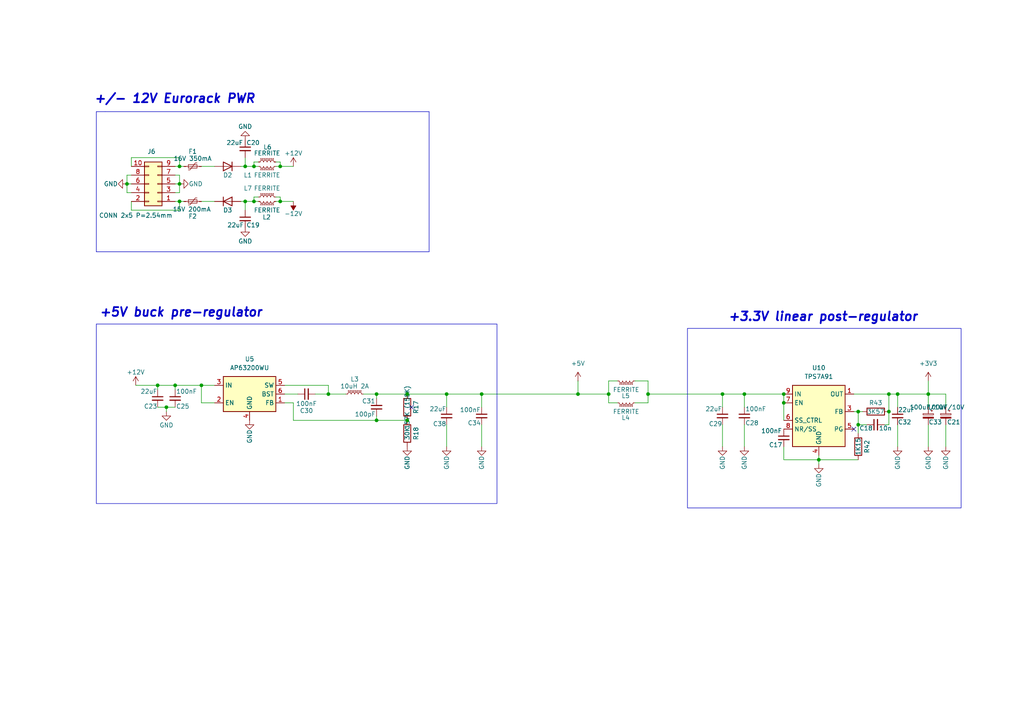
<source format=kicad_sch>
(kicad_sch (version 20231120) (generator "eeschema") (generator_version "8.0")
  (paper "A4")
  (lib_symbols
    (symbol "Connector_Generic:Conn_02x05_Odd_Even" (pin_names (offset 1.016) hide)
      (property "Reference" "J" (at 1.27 7.62 0))
      (property "Value" "Conn_02x05_Odd_Even" (at 1.27 -7.62 0))
      (symbol "Conn_02x05_Odd_Even_1_1"
        (rectangle (start -1.27 -4.953) (end 0 -5.207) (stroke (width 0.1524)))
        (rectangle (start -1.27 -2.413) (end 0 -2.667) (stroke (width 0.1524)))
        (rectangle (start -1.27 0.127) (end 0 -0.127) (stroke (width 0.1524)))
        (rectangle (start -1.27 2.667) (end 0 2.413) (stroke (width 0.1524)))
        (rectangle (start -1.27 5.207) (end 0 4.953) (stroke (width 0.1524)))
        (rectangle (start -1.27 6.35) (end 3.81 -6.35) (stroke (width 0.254)) (fill (type background)))
        (rectangle (start 3.81 -4.953) (end 2.54 -5.207) (stroke (width 0.1524)))
        (rectangle (start 3.81 -2.413) (end 2.54 -2.667) (stroke (width 0.1524)))
        (rectangle (start 3.81 0.127) (end 2.54 -0.127) (stroke (width 0.1524)))
        (rectangle (start 3.81 2.667) (end 2.54 2.413) (stroke (width 0.1524)))
        (rectangle (start 3.81 5.207) (end 2.54 4.953) (stroke (width 0.1524)))
        (pin passive line (at -5.08 5.08 0) (length 3.81) (name "Pin_1") (number "1"))
        (pin passive line (at 7.62 -5.08 180) (length 3.81) (name "Pin_10") (number "10"))
        (pin passive line (at 7.62 5.08 180) (length 3.81) (name "Pin_2") (number "2"))
        (pin passive line (at -5.08 2.54 0) (length 3.81) (name "Pin_3") (number "3"))
        (pin passive line (at 7.62 2.54 180) (length 3.81) (name "Pin_4") (number "4"))
        (pin passive line (at -5.08 0 0) (length 3.81) (name "Pin_5") (number "5"))
        (pin passive line (at 7.62 0 180) (length 3.81) (name "Pin_6") (number "6"))
        (pin passive line (at -5.08 -2.54 0) (length 3.81) (name "Pin_7") (number "7"))
        (pin passive line (at 7.62 -2.54 180) (length 3.81) (name "Pin_8") (number "8"))
        (pin passive line (at -5.08 -5.08 0) (length 3.81) (name "Pin_9") (number "9"))
      )
    )
    (symbol "Device:C_Polarized_Small" (pin_numbers hide) (pin_names (offset 0.254) hide)
      (property "Reference" "C" (at 0.254 1.778 0))
      (property "Value" "C_Polarized_Small" (at 0.254 -2.032 0))
      (symbol "C_Polarized_Small_0_1"
        (rectangle (start -1.524 -0.3048) (end 1.524 -0.6858) (fill (type outline)))
        (rectangle (start -1.524 0.6858) (end 1.524 0.3048))
        (polyline (pts (xy -1.27 1.524) (xy -0.762 1.524)))
        (polyline (pts (xy -1.016 1.27) (xy -1.016 1.778)))
      )
      (symbol "C_Polarized_Small_1_1"
        (pin passive line (at 0 2.54 270) (length 1.8542) (name "~") (number "1"))
        (pin passive line (at 0 -2.54 90) (length 1.8542) (name "~") (number "2"))
      )
    )
    (symbol "Device:C_Small" (pin_numbers hide) (pin_names (offset 0.254) hide)
      (property "Reference" "C" (at 0.254 1.778 0))
      (property "Value" "C_Small" (at 0.254 -2.032 0))
      (symbol "C_Small_0_1"
        (polyline (pts (xy -1.524 -0.508) (xy 1.524 -0.508)) (stroke (width 0.3302)))
        (polyline (pts (xy -1.524 0.508) (xy 1.524 0.508)) (stroke (width 0.3048)))
      )
      (symbol "C_Small_1_1"
        (pin passive line (at 0 2.54 270) (length 2.032) (name "~") (number "1"))
        (pin passive line (at 0 -2.54 90) (length 2.032) (name "~") (number "2"))
      )
    )
    (symbol "Device:L_Ferrite_Small" (pin_numbers hide) (pin_names (offset 0.254) hide)
      (property "Reference" "L" (at 1.27 1.016 0))
      (property "Value" "L_Ferrite_Small" (at 1.27 -1.27 0))
      (symbol "L_Ferrite_Small_0_1"
        (arc (start 0 -2.032) (mid 0.5058 -1.524) (end 0 -1.016))
        (arc (start 0 -1.016) (mid 0.5058 -0.508) (end 0 0))
        (polyline (pts (xy 0.762 -1.905) (xy 0.762 -1.651)))
        (polyline (pts (xy 0.762 -1.397) (xy 0.762 -1.143)))
        (polyline (pts (xy 0.762 -0.889) (xy 0.762 -0.635)))
        (polyline (pts (xy 0.762 -0.381) (xy 0.762 -0.127)))
        (polyline (pts (xy 0.762 0.127) (xy 0.762 0.381)))
        (polyline (pts (xy 0.762 0.635) (xy 0.762 0.889)))
        (polyline (pts (xy 0.762 1.143) (xy 0.762 1.397)))
        (polyline (pts (xy 0.762 1.651) (xy 0.762 1.905)))
        (polyline (pts (xy 1.016 -1.651) (xy 1.016 -1.905)))
        (polyline (pts (xy 1.016 -1.143) (xy 1.016 -1.397)))
        (polyline (pts (xy 1.016 -0.635) (xy 1.016 -0.889)))
        (polyline (pts (xy 1.016 -0.127) (xy 1.016 -0.381)))
        (polyline (pts (xy 1.016 0.381) (xy 1.016 0.127)))
        (polyline (pts (xy 1.016 0.889) (xy 1.016 0.635)))
        (polyline (pts (xy 1.016 1.397) (xy 1.016 1.143)))
        (polyline (pts (xy 1.016 1.905) (xy 1.016 1.651)))
        (arc (start 0 0) (mid 0.5058 0.508) (end 0 1.016))
        (arc (start 0 1.016) (mid 0.5058 1.524) (end 0 2.032))
      )
      (symbol "L_Ferrite_Small_1_1"
        (pin passive line (at 0 2.54 270) (length 0.508) (name "~") (number "1"))
        (pin passive line (at 0 -2.54 90) (length 0.508) (name "~") (number "2"))
      )
    )
    (symbol "Device:Polyfuse_Small" (pin_numbers hide) (pin_names (offset 0))
      (property "Reference" "F" (at -1.905 0 90))
      (property "Value" "Polyfuse_Small" (at 1.905 0 90))
      (symbol "Polyfuse_Small_0_1"
        (rectangle (start -0.508 1.27) (end 0.508 -1.27))
        (polyline (pts (xy 0 2.54) (xy 0 -2.54)))
        (polyline (pts (xy -1.016 1.27) (xy -1.016 0.762) (xy 1.016 -0.762) (xy 1.016 -1.27)))
      )
      (symbol "Polyfuse_Small_1_1"
        (pin passive line (at 0 2.54 270) (length 0.635) (name "~") (number "1"))
        (pin passive line (at 0 -2.54 90) (length 0.635) (name "~") (number "2"))
      )
    )
    (symbol "Device:R" (pin_numbers hide) (pin_names (offset 0))
      (property "Reference" "R" (at 2.032 0 90))
      (property "Value" "R" (at 0 0 90))
      (symbol "R_0_1"
        (rectangle (start -1.016 -2.54) (end 1.016 2.54) (stroke (width 0.254)))
      )
      (symbol "R_1_1"
        (pin passive line (at 0 3.81 270) (length 1.27) (name "~") (number "1"))
        (pin passive line (at 0 -3.81 90) (length 1.27) (name "~") (number "2"))
      )
    )
    (symbol "Diode:US1G" (pin_numbers hide) (pin_names (offset 1.016) hide)
      (property "Reference" "D" (at 0 2.54 0))
      (property "Value" "US1G" (at 0 -2.54 0))
      (symbol "US1G_0_1"
        (polyline (pts (xy -1.27 1.27) (xy -1.27 -1.27)) (stroke (width 0.254)))
        (polyline (pts (xy 1.27 0) (xy -1.27 0)))
        (polyline (pts (xy 1.27 1.27) (xy 1.27 -1.27) (xy -1.27 0) (xy 1.27 1.27)) (stroke (width 0.254)))
      )
      (symbol "US1G_1_1"
        (pin passive line (at -3.81 0 0) (length 2.54) (name "K") (number "1"))
        (pin passive line (at 3.81 0 180) (length 2.54) (name "A") (number "2"))
      )
    )
    (symbol "Regulator_Linear:TPS7A91"
      (property "Reference" "U" (at -6.35 11.43 0))
      (property "Value" "TPS7A91" (at 3.81 11.43 0))
      (symbol "TPS7A91_0_1"
        (rectangle (start -7.62 10.16) (end 7.62 -7.62) (stroke (width 0.254)) (fill (type background)))
      )
      (symbol "TPS7A91_1_1"
        (pin power_out line (at 10.16 7.62 180) (length 2.54) (name "OUT") (number "1"))
        (pin passive line (at -10.16 7.62 0) (length 2.54) hide (name "IN") (number "10"))
        (pin passive line (at 0 -10.16 90) (length 2.54) hide (name "GND") (number "11"))
        (pin passive line (at 10.16 7.62 180) (length 2.54) hide (name "OUT") (number "2"))
        (pin input line (at 10.16 2.54 180) (length 2.54) (name "FB") (number "3"))
        (pin power_in line (at 0 -10.16 90) (length 2.54) (name "GND") (number "4"))
        (pin open_collector line (at 10.16 -2.54 180) (length 2.54) (name "PG") (number "5"))
        (pin input line (at -10.16 0 0) (length 2.54) (name "SS_CTRL") (number "6"))
        (pin input line (at -10.16 5.08 0) (length 2.54) (name "EN") (number "7"))
        (pin passive line (at -10.16 -2.54 0) (length 2.54) (name "NR/SS") (number "8"))
        (pin power_in line (at -10.16 7.62 0) (length 2.54) (name "IN") (number "9"))
      )
    )
    (symbol "Regulator_Switching:AP63200WU"
      (property "Reference" "U" (at -7.62 6.35 0))
      (property "Value" "AP63200WU" (at 2.54 6.35 0))
      (symbol "AP63200WU_0_1"
        (rectangle (start -7.62 5.08) (end 7.62 -5.08) (stroke (width 0.254)) (fill (type background)))
      )
      (symbol "AP63200WU_1_1"
        (pin input line (at 10.16 -2.54 180) (length 2.54) (name "FB") (number "1"))
        (pin input line (at -10.16 -2.54 0) (length 2.54) (name "EN") (number "2"))
        (pin power_in line (at -10.16 2.54 0) (length 2.54) (name "IN") (number "3"))
        (pin power_in line (at 0 -7.62 90) (length 2.54) (name "GND") (number "4"))
        (pin output line (at 10.16 2.54 180) (length 2.54) (name "SW") (number "5"))
        (pin passive line (at 10.16 0 180) (length 2.54) (name "BST") (number "6"))
      )
    )
    (symbol "power:+12V" (power) (pin_names (offset 0))
      (property "Value" "+12V" (at 0 3.556 0))
      (symbol "+12V_0_1"
        (polyline (pts (xy -0.762 1.27) (xy 0 2.54)))
        (polyline (pts (xy 0 0) (xy 0 2.54)))
        (polyline (pts (xy 0 2.54) (xy 0.762 1.27)))
      )
      (symbol "+12V_1_1"
        (pin power_in line (at 0 0 90) (length 0) hide (name "+12V") (number "1"))
      )
    )
    (symbol "power:+3V3" (power) (pin_names (offset 0))
      (property "Value" "+3V3" (at 0 3.556 0))
      (symbol "+3V3_0_1"
        (polyline (pts (xy -0.762 1.27) (xy 0 2.54)))
        (polyline (pts (xy 0 0) (xy 0 2.54)))
        (polyline (pts (xy 0 2.54) (xy 0.762 1.27)))
      )
      (symbol "+3V3_1_1"
        (pin power_in line (at 0 0 90) (length 0) hide (name "+3V3") (number "1"))
      )
    )
    (symbol "power:+5V" (power) (pin_numbers hide) (pin_names (offset 0) hide)
      (property "Value" "+5V" (at 0 3.556 0))
      (symbol "+5V_0_1"
        (polyline (pts (xy -0.762 1.27) (xy 0 2.54)))
        (polyline (pts (xy 0 0) (xy 0 2.54)))
        (polyline (pts (xy 0 2.54) (xy 0.762 1.27)))
      )
      (symbol "+5V_1_1"
        (pin power_in line (at 0 0 90) (length 0) (name "~") (number "1"))
      )
    )
    (symbol "power:-12V" (power) (pin_names (offset 0))
      (property "Value" "-12V" (at 0 3.81 0))
      (symbol "-12V_0_0"
        (pin power_in line (at 0 0 90) (length 0) hide (name "-12V") (number "1"))
      )
      (symbol "-12V_0_1"
        (polyline (pts (xy 0 0) (xy 0 1.27) (xy 0.762 1.27) (xy 0 2.54) (xy -0.762 1.27) (xy 0 1.27)) (fill (type outline)))
      )
    )
    (symbol "power:GND" (power) (pin_names (offset 0))
      (property "Value" "GND" (at 0 -3.81 0))
      (symbol "GND_0_1"
        (polyline (pts (xy 0 0) (xy 0 -1.27) (xy 1.27 -1.27) (xy 0 -2.54) (xy -1.27 -1.27) (xy 0 -1.27)))
      )
      (symbol "GND_1_1"
        (pin power_in line (at 0 0 270) (length 0) hide (name "GND") (number "1"))
      )
    )
  )
  (junction (at 73.66 48.26))
  (junction (at 269.24 114.3))
  (junction (at 58.42 111.76))
  (junction (at 109.22 121.92))
  (junction (at 248.92 119.38))
  (junction (at 71.12 58.42))
  (junction (at 81.28 58.42))
  (junction (at 52.07 58.42))
  (junction (at 95.25 114.3))
  (junction (at 139.7 114.3))
  (junction (at 36.83 53.34))
  (junction (at 176.53 114.3))
  (junction (at 260.35 114.3))
  (junction (at 129.54 114.3))
  (junction (at 257.81 114.3))
  (junction (at 167.64 114.3))
  (junction (at 248.92 123.19))
  (junction (at 109.22 114.3))
  (junction (at 45.72 111.76))
  (junction (at 209.55 114.3))
  (junction (at 215.9 114.3))
  (junction (at 237.49 133.35))
  (junction (at 227.33 114.3))
  (junction (at 118.11 121.92))
  (junction (at 118.11 114.3))
  (junction (at 257.81 119.38))
  (junction (at 52.07 48.26))
  (junction (at 227.33 116.84))
  (junction (at 73.66 58.42))
  (junction (at 48.26 118.11))
  (junction (at 71.12 48.26))
  (junction (at 187.96 114.3))
  (junction (at 50.8 111.76))
  (junction (at 81.28 48.26))
  (junction (at 52.07 53.34))
  (no_connect (at 119.38 118.11))
  (no_connect (at 247.65 124.46))
  (wire (pts (xy 39.37 111.76) (xy 45.72 111.76)))
  (wire (pts (xy 62.23 116.84) (xy 58.42 116.84)))
  (wire (pts (xy 58.42 48.26) (xy 62.23 48.26)))
  (wire (pts (xy 52.07 50.8) (xy 52.07 53.34)))
  (wire (pts (xy 187.96 114.3) (xy 187.96 116.84)))
  (wire (pts (xy 105.41 114.3) (xy 109.22 114.3)))
  (wire (pts (xy 69.85 58.42) (xy 71.12 58.42)))
  (wire (pts (xy 227.33 133.35) (xy 237.49 133.35)))
  (wire (pts (xy 257.81 114.3) (xy 260.35 114.3)))
  (wire (pts (xy 58.42 111.76) (xy 62.23 111.76)))
  (wire (pts (xy 45.72 118.11) (xy 48.26 118.11)))
  (wire (pts (xy 269.24 123.19) (xy 269.24 129.54)))
  (wire (pts (xy 71.12 58.42) (xy 71.12 60.96)))
  (wire (pts (xy 81.28 58.42) (xy 85.09 58.42)))
  (wire (pts (xy 176.53 116.84) (xy 179.07 116.84)))
  (wire (pts (xy 109.22 121.92) (xy 109.22 120.65)))
  (wire (pts (xy 82.55 114.3) (xy 86.36 114.3)))
  (polyline (pts (xy 27.94 73.025) (xy 27.94 32.385)))
  (wire (pts (xy 248.92 119.38) (xy 248.92 123.19)))
  (wire (pts (xy 256.54 123.19) (xy 257.81 123.19)))
  (wire (pts (xy 73.66 58.42) (xy 73.66 57.15)))
  (wire (pts (xy 187.96 110.49) (xy 184.15 110.49)))
  (wire (pts (xy 50.8 50.8) (xy 52.07 50.8)))
  (wire (pts (xy 269.24 118.11) (xy 269.24 114.3)))
  (wire (pts (xy 80.01 58.42) (xy 81.28 58.42)))
  (wire (pts (xy 209.55 114.3) (xy 215.9 114.3)))
  (wire (pts (xy 73.66 48.26) (xy 73.66 46.99)))
  (wire (pts (xy 215.9 114.3) (xy 227.33 114.3)))
  (wire (pts (xy 71.12 48.26) (xy 73.66 48.26)))
  (wire (pts (xy 237.49 133.35) (xy 237.49 134.62)))
  (wire (pts (xy 48.26 119.38) (xy 48.26 118.11)))
  (wire (pts (xy 129.54 118.11) (xy 129.54 114.3)))
  (wire (pts (xy 80.01 57.15) (xy 81.28 57.15)))
  (wire (pts (xy 209.55 118.11) (xy 209.55 114.3)))
  (wire (pts (xy 50.8 113.03) (xy 50.8 111.76)))
  (wire (pts (xy 91.44 114.3) (xy 95.25 114.3)))
  (wire (pts (xy 52.07 48.26) (xy 53.34 48.26)))
  (wire (pts (xy 82.55 111.76) (xy 95.25 111.76)))
  (wire (pts (xy 52.07 53.34) (xy 52.07 55.88)))
  (wire (pts (xy 129.54 123.19) (xy 129.54 129.54)))
  (wire (pts (xy 52.07 58.42) (xy 52.07 60.96)))
  (wire (pts (xy 58.42 58.42) (xy 62.23 58.42)))
  (wire (pts (xy 237.49 133.35) (xy 248.92 133.35)))
  (wire (pts (xy 81.28 57.15) (xy 81.28 58.42)))
  (wire (pts (xy 184.15 116.84) (xy 187.96 116.84)))
  (wire (pts (xy 45.72 111.76) (xy 50.8 111.76)))
  (wire (pts (xy 247.65 119.38) (xy 248.92 119.38)))
  (wire (pts (xy 109.22 114.3) (xy 118.11 114.3)))
  (wire (pts (xy 80.01 48.26) (xy 81.28 48.26)))
  (wire (pts (xy 38.1 60.96) (xy 38.1 58.42)))
  (wire (pts (xy 274.32 118.11) (xy 274.32 114.3)))
  (wire (pts (xy 50.8 111.76) (xy 58.42 111.76)))
  (wire (pts (xy 209.55 123.19) (xy 209.55 129.54)))
  (wire (pts (xy 85.09 116.84) (xy 82.55 116.84)))
  (wire (pts (xy 274.32 123.19) (xy 274.32 129.54)))
  (wire (pts (xy 237.49 133.35) (xy 237.49 132.08)))
  (wire (pts (xy 95.25 114.3) (xy 100.33 114.3)))
  (polyline (pts (xy 30.48 32.385) (xy 124.46 32.385)))
  (wire (pts (xy 81.28 46.99) (xy 81.28 48.26)))
  (polyline (pts (xy 124.46 32.385) (xy 124.46 73.025)))
  (wire (pts (xy 139.7 114.3) (xy 167.64 114.3)))
  (wire (pts (xy 227.33 129.54) (xy 227.33 133.35)))
  (wire (pts (xy 58.42 116.84) (xy 58.42 111.76)))
  (wire (pts (xy 85.09 121.92) (xy 85.09 116.84)))
  (wire (pts (xy 257.81 114.3) (xy 257.81 119.38)))
  (wire (pts (xy 274.32 114.3) (xy 269.24 114.3)))
  (wire (pts (xy 139.7 123.19) (xy 139.7 129.54)))
  (polyline (pts (xy 124.46 73.025) (xy 27.94 73.025)))
  (wire (pts (xy 36.83 50.8) (xy 38.1 50.8)))
  (wire (pts (xy 73.66 58.42) (xy 74.93 58.42)))
  (wire (pts (xy 50.8 55.88) (xy 52.07 55.88)))
  (wire (pts (xy 73.66 48.26) (xy 74.93 48.26)))
  (wire (pts (xy 50.8 58.42) (xy 52.07 58.42)))
  (wire (pts (xy 50.8 48.26) (xy 52.07 48.26)))
  (wire (pts (xy 71.12 58.42) (xy 73.66 58.42)))
  (wire (pts (xy 176.53 110.49) (xy 179.07 110.49)))
  (wire (pts (xy 176.53 114.3) (xy 176.53 116.84)))
  (wire (pts (xy 118.11 121.92) (xy 109.22 121.92)))
  (wire (pts (xy 69.85 48.26) (xy 71.12 48.26)))
  (wire (pts (xy 269.24 110.49) (xy 269.24 114.3)))
  (wire (pts (xy 52.07 48.26) (xy 52.07 45.72)))
  (wire (pts (xy 38.1 45.72) (xy 38.1 48.26)))
  (wire (pts (xy 215.9 123.19) (xy 215.9 129.54)))
  (wire (pts (xy 248.92 123.19) (xy 251.46 123.19)))
  (wire (pts (xy 36.83 55.88) (xy 36.83 53.34)))
  (wire (pts (xy 227.33 114.3) (xy 227.33 116.84)))
  (wire (pts (xy 248.92 123.19) (xy 248.92 125.73)))
  (wire (pts (xy 260.35 123.19) (xy 260.35 129.54)))
  (polyline (pts (xy 27.94 32.385) (xy 30.48 32.385)))
  (wire (pts (xy 95.25 114.3) (xy 95.25 111.76)))
  (wire (pts (xy 167.64 110.49) (xy 167.64 114.3)))
  (wire (pts (xy 73.66 46.99) (xy 74.93 46.99)))
  (wire (pts (xy 52.07 60.96) (xy 38.1 60.96)))
  (wire (pts (xy 139.7 118.11) (xy 139.7 114.3)))
  (wire (pts (xy 36.83 53.34) (xy 38.1 53.34)))
  (wire (pts (xy 81.28 48.26) (xy 85.09 48.26)))
  (wire (pts (xy 36.83 53.34) (xy 36.83 50.8)))
  (wire (pts (xy 45.72 113.03) (xy 45.72 111.76)))
  (wire (pts (xy 176.53 114.3) (xy 176.53 110.49)))
  (wire (pts (xy 80.01 46.99) (xy 81.28 46.99)))
  (wire (pts (xy 52.07 45.72) (xy 38.1 45.72)))
  (wire (pts (xy 38.1 55.88) (xy 36.83 55.88)))
  (wire (pts (xy 73.66 57.15) (xy 74.93 57.15)))
  (wire (pts (xy 247.65 114.3) (xy 257.81 114.3)))
  (wire (pts (xy 187.96 114.3) (xy 209.55 114.3)))
  (wire (pts (xy 269.24 114.3) (xy 260.35 114.3)))
  (wire (pts (xy 109.22 121.92) (xy 85.09 121.92)))
  (wire (pts (xy 257.81 123.19) (xy 257.81 119.38)))
  (wire (pts (xy 215.9 118.11) (xy 215.9 114.3)))
  (wire (pts (xy 187.96 110.49) (xy 187.96 114.3)))
  (wire (pts (xy 118.11 114.3) (xy 129.54 114.3)))
  (wire (pts (xy 71.12 45.72) (xy 71.12 48.26)))
  (wire (pts (xy 227.33 116.84) (xy 227.33 121.92)))
  (wire (pts (xy 260.35 118.11) (xy 260.35 114.3)))
  (wire (pts (xy 48.26 118.11) (xy 50.8 118.11)))
  (wire (pts (xy 52.07 58.42) (xy 53.34 58.42)))
  (wire (pts (xy 109.22 114.3) (xy 109.22 115.57)))
  (wire (pts (xy 248.92 119.38) (xy 250.19 119.38)))
  (wire (pts (xy 129.54 114.3) (xy 139.7 114.3)))
  (wire (pts (xy 167.64 114.3) (xy 176.53 114.3)))
  (wire (pts (xy 50.8 53.34) (xy 52.07 53.34)))
  (rectangle (start 27.94 93.98) (end 144.145 146.05))
  (rectangle (start 199.39 95.25) (end 278.765 147.32))
  (text "+3.3V linear post-regulator" (at 211.074 93.472 0) (effects (font (size 2.54 2.54) (thickness 0.508) (bold yes) (italic yes)) (justify left bottom)))
  (text "+5V buck pre-regulator" (at 28.702 92.202 0) (effects (font (size 2.54 2.54) (thickness 0.508) (bold yes) (italic yes)) (justify left bottom)))
  (text "+/- 12V Eurorack PWR" (at 27.178 30.226 0) (effects (font (size 2.54 2.54) (thickness 0.508) (bold yes) (italic yes)) (justify left bottom)))
  (symbol (lib_id "power:GND") (at 274.32 129.54 0) (mirror y) (unit 1)
    (property "Reference" "#PWR012" (effects (hide yes)))
    (property "Value" "GND" (at 274.32 136.271 90) (effects (justify left)))
  )
  (symbol (lib_id "Device:L_Ferrite_Small") (at 77.47 57.15 90) (unit 1)
    (property "Reference" "L7" (at 71.882 54.61 90))
    (property "Value" "FERRITE" (at 77.47 54.61 90))
    (property "Footprint" "Inductor_SMD:L_0603_1608Metric" (effects (hide yes)))
    (property "Datasheet" "https://datasheet.lcsc.com/lcsc/1810311132_Murata-Electronics-BLM18PG121SN1D_C14709.pdf" (effects (hide yes)))
    (property "mfg#" "BLM18PG121SN1D" (effects (hide yes)))
    (property "lcsc#" "C14709" (effects (hide yes)))
    (property "LCSC" "C14709" (effects (hide yes)))
  )
  (symbol (lib_id "power:+12V") (at 39.37 111.76 0) (unit 1)
    (property "Reference" "#PWR044" (effects (hide yes)))
    (property "Value" "+12V" (at 36.703 107.95 0) (effects (justify left)))
  )
  (symbol (lib_id "Device:C_Small") (at 129.54 120.65 0) (mirror y) (unit 1)
    (property "Reference" "C38" (at 127.508 122.936 0))
    (property "Value" "22uF" (at 127 118.618 0))
    (property "Footprint" "Capacitor_SMD:C_1206_3216Metric" (effects (hide yes)))
    (property "Description" "Unpolarized capacitor, small symbol" (effects (hide yes)))
    (property "mfg#" " CL31A226KAHNNNE" (effects (hide yes)))
    (property "lcsc#" "C12891" (effects (hide yes)))
    (property "LCSC" "C12891" (effects (hide yes)))
  )
  (symbol (lib_id "Device:L_Ferrite_Small") (at 102.87 114.3 90) (unit 1)
    (property "Reference" "L3" (at 102.87 109.982 90))
    (property "Value" "10uH 2A" (at 102.87 112.014 90))
    (property "Footprint" "Inductor_SMD:L_Vishay_IHLP-2020" (effects (hide yes)))
    (property "Description" "Inductor with ferrite core, small symbol" (effects (hide yes)))
    (property "lcsc#" "C844996" (effects (hide yes)))
    (property "LCSC" "C844996" (effects (hide yes)))
  )
  (symbol (lib_id "Device:L_Ferrite_Small") (at 181.61 116.84 270) (unit 1)
    (property "Reference" "L4" (at 181.483 121.158 90))
    (property "Value" "FERRITE" (at 181.61 119.38 90))
    (property "Footprint" "Inductor_SMD:L_0603_1608Metric" (effects (hide yes)))
    (property "Datasheet" "https://datasheet.lcsc.com/lcsc/1810311132_Murata-Electronics-BLM18PG121SN1D_C14709.pdf" (effects (hide yes)))
    (property "mfg#" "BLM18PG121SN1D" (effects (hide yes)))
    (property "lcsc#" "C14709" (effects (hide yes)))
    (property "LCSC" "C14709" (effects (hide yes)))
  )
  (symbol (lib_id "power:GND") (at 237.49 134.62 0) (mirror y) (unit 1)
    (property "Reference" "#PWR040" (effects (hide yes)))
    (property "Value" "GND" (at 237.49 141.351 90) (effects (justify left)))
  )
  (symbol (lib_id "Device:C_Small") (at 50.8 115.57 0) (unit 1)
    (property "Reference" "C25" (at 51.054 117.856 0) (effects (justify left)))
    (property "Value" "100nF" (at 51.054 113.538 0) (effects (justify left)))
    (property "Footprint" "Capacitor_SMD:C_0402_1005Metric" (effects (hide yes)))
    (property "Datasheet" "https://datasheet.lcsc.com/lcsc/1912111437_TDK-C1608X7R1E104KT000N_C338036.pdf" (effects (hide yes)))
    (property "lcsc#" "C131394" (effects (hide yes)))
    (property "LCSC" "C307331" (effects (hide yes)))
  )
  (symbol (lib_id "Device:C_Small") (at 209.55 120.65 0) (mirror y) (unit 1)
    (property "Reference" "C29" (at 207.518 122.936 0))
    (property "Value" "22uF" (at 207.01 118.618 0))
    (property "Footprint" "Capacitor_SMD:C_1206_3216Metric" (effects (hide yes)))
    (property "Description" "Unpolarized capacitor, small symbol" (effects (hide yes)))
    (property "mfg#" " CL31A226KAHNNNE" (effects (hide yes)))
    (property "lcsc#" "C12891" (effects (hide yes)))
    (property "LCSC" "C12891" (effects (hide yes)))
  )
  (symbol (lib_id "Device:C_Polarized_Small") (at 274.32 120.65 0) (mirror y) (unit 1)
    (property "Reference" "C21" (at 276.606 122.428 0))
    (property "Value" "100uF/10V" (at 274.32 118.11 0))
    (property "Footprint" "Capacitor_SMD:CP_Elec_6.3x5.4" (effects (hide yes)))
    (property "Datasheet" "https://datasheet.lcsc.com/lcsc/1809050343_Rubycon-25SEV47M6-3X5-5_C88735.pdf" (effects (hide yes)))
    (property "mfg#" "25SEV47M6.3X5.5" (effects (hide yes)))
    (property "lcsc#" "C88795" (effects (hide yes)))
    (property "LCSC" "C88795" (effects (hide yes)))
  )
  (symbol (lib_id "Diode:US1G") (at 66.04 58.42 0) (unit 1)
    (property "Reference" "D3" (at 66.04 60.96 0))
    (property "Value" "1N4007FL" (effects (hide yes)))
    (property "Footprint" "Diode_SMD:D_SOD-123F" (effects (hide yes)))
    (property "Datasheet" "https://www.diodes.com/assets/Datasheets/ds16008.pdf" (effects (hide yes)))
    (property "dig#" "1655-1N4007FLCT-ND" (effects (hide yes)))
    (property "mfg#" "1N4007FL" (effects (hide yes)))
    (property "lcsc#" "C493190" (effects (hide yes)))
    (property "LCSC" "C493190" (effects (hide yes)))
  )
  (symbol (lib_id "power:-12V") (at 85.09 58.42 180) (unit 1)
    (property "Reference" "#PWR033" (effects (hide yes)))
    (property "Value" "-12V" (at 87.757 61.976 0) (effects (justify left)))
  )
  (symbol (lib_id "Device:C_Small") (at 227.33 127 0) (unit 1)
    (property "Reference" "C17" (at 223.012 129.032 0) (effects (justify left)))
    (property "Value" "100nF" (at 220.726 124.968 0) (effects (justify left)))
    (property "Footprint" "Capacitor_SMD:C_0402_1005Metric" (effects (hide yes)))
    (property "Datasheet" "https://datasheet.lcsc.com/lcsc/1912111437_TDK-C1608X7R1E104KT000N_C338036.pdf" (effects (hide yes)))
    (property "lcsc#" "C131394" (effects (hide yes)))
    (property "LCSC" "C307331" (effects (hide yes)))
  )
  (symbol (lib_id "Device:R") (at 118.11 125.73 0) (mirror x) (unit 1)
    (property "Reference" "R18" (at 120.65 125.73 90))
    (property "Value" "30K" (at 118.11 125.73 90))
    (property "Footprint" "Resistor_SMD:R_0402_1005Metric" (effects (hide yes)))
    (property "lcsc#" "C25776" (effects (hide yes)))
    (property "LCSC" "C25776" (effects (hide yes)))
  )
  (symbol (lib_id "Diode:US1G") (at 66.04 48.26 180) (unit 1)
    (property "Reference" "D2" (at 66.04 50.8 0))
    (property "Value" "1N4007FL" (effects (hide yes)))
    (property "Footprint" "Diode_SMD:D_SOD-123F" (effects (hide yes)))
    (property "Datasheet" "https://www.diodes.com/assets/Datasheets/ds16008.pdf" (effects (hide yes)))
    (property "dig#" "1655-1N4007FLCT-ND" (effects (hide yes)))
    (property "mfg#" "1N4007FL" (effects (hide yes)))
    (property "lcsc#" "C493190" (effects (hide yes)))
    (property "LCSC" "C493190" (effects (hide yes)))
  )
  (symbol (lib_id "power:GND") (at 139.7 129.54 0) (mirror y) (unit 1)
    (property "Reference" "#PWR050" (effects (hide yes)))
    (property "Value" "GND" (at 139.7 136.271 90) (effects (justify left)))
  )
  (symbol (lib_id "Device:C_Small") (at 260.35 120.65 0) (mirror y) (unit 1)
    (property "Reference" "C32" (at 262.382 122.428 0))
    (property "Value" "22uF" (at 262.89 118.872 0))
    (property "Footprint" "Capacitor_SMD:C_1206_3216Metric" (effects (hide yes)))
    (property "Description" "Unpolarized capacitor, small symbol" (effects (hide yes)))
    (property "mfg#" " CL31A226KAHNNNE" (effects (hide yes)))
    (property "lcsc#" "C12891" (effects (hide yes)))
    (property "LCSC" "C12891" (effects (hide yes)))
  )
  (symbol (lib_id "Device:C_Small") (at 215.9 120.65 0) (unit 1)
    (property "Reference" "C28" (at 216.154 122.682 0) (effects (justify left)))
    (property "Value" "100nF" (at 216.154 118.618 0) (effects (justify left)))
    (property "Footprint" "Capacitor_SMD:C_0402_1005Metric" (effects (hide yes)))
    (property "Datasheet" "https://datasheet.lcsc.com/lcsc/1912111437_TDK-C1608X7R1E104KT000N_C338036.pdf" (effects (hide yes)))
    (property "lcsc#" "C131394" (effects (hide yes)))
    (property "LCSC" "C307331" (effects (hide yes)))
  )
  (symbol (lib_id "Device:L_Ferrite_Small") (at 77.47 46.99 90) (unit 1)
    (property "Reference" "L6" (at 77.597 42.672 90))
    (property "Value" "FERRITE" (at 77.47 44.45 90))
    (property "Footprint" "Inductor_SMD:L_0603_1608Metric" (effects (hide yes)))
    (property "Datasheet" "https://datasheet.lcsc.com/lcsc/1810311132_Murata-Electronics-BLM18PG121SN1D_C14709.pdf" (effects (hide yes)))
    (property "mfg#" "BLM18PG121SN1D" (effects (hide yes)))
    (property "lcsc#" "C14709" (effects (hide yes)))
    (property "LCSC" "C14709" (effects (hide yes)))
  )
  (symbol (lib_id "Device:L_Ferrite_Small") (at 77.47 58.42 270) (unit 1)
    (property "Reference" "L2" (at 77.343 62.992 90))
    (property "Value" "FERRITE" (at 77.47 60.96 90))
    (property "Footprint" "Inductor_SMD:L_0603_1608Metric" (effects (hide yes)))
    (property "Datasheet" "https://datasheet.lcsc.com/lcsc/1810311132_Murata-Electronics-BLM18PG121SN1D_C14709.pdf" (effects (hide yes)))
    (property "mfg#" "BLM18PG121SN1D" (effects (hide yes)))
    (property "lcsc#" "C14709" (effects (hide yes)))
    (property "LCSC" "C14709" (effects (hide yes)))
  )
  (symbol (lib_id "Device:C_Small") (at 139.7 120.65 0) (unit 1)
    (property "Reference" "C34" (at 135.636 122.682 0) (effects (justify left)))
    (property "Value" "100nF" (at 133.35 118.872 0) (effects (justify left)))
    (property "Footprint" "Capacitor_SMD:C_0603_1608Metric" (effects (hide yes)))
    (property "Datasheet" "https://datasheet.lcsc.com/lcsc/1912111437_TDK-C1608X7R1E104KT000N_C338036.pdf" (effects (hide yes)))
    (property "lcsc#" "C14663" (effects (hide yes)))
    (property "mfg#" "C1608X7R1E104KT000N" (effects (hide yes)))
    (property "LCSC" "C14663" (effects (hide yes)))
  )
  (symbol (lib_id "power:GND") (at 209.55 129.54 0) (mirror y) (unit 1)
    (property "Reference" "#PWR039" (effects (hide yes)))
    (property "Value" "GND" (at 209.55 136.271 90) (effects (justify left)))
  )
  (symbol (lib_id "Device:C_Small") (at 71.12 43.18 0) (mirror y) (unit 1)
    (property "Reference" "C20" (at 73.406 41.402 0))
    (property "Value" "22uF" (at 68.072 41.402 0))
    (property "Footprint" "Capacitor_SMD:C_1206_3216Metric" (effects (hide yes)))
    (property "Description" "Unpolarized capacitor, small symbol" (effects (hide yes)))
    (property "mfg#" " CL31A226KAHNNNE" (effects (hide yes)))
    (property "lcsc#" "C12891" (effects (hide yes)))
    (property "LCSC" "C12891" (effects (hide yes)))
  )
  (symbol (lib_id "power:GND") (at 129.54 129.54 0) (mirror y) (unit 1)
    (property "Reference" "#PWR051" (effects (hide yes)))
    (property "Value" "GND" (at 129.54 136.271 90) (effects (justify left)))
  )
  (symbol (lib_id "Device:L_Ferrite_Small") (at 77.47 48.26 270) (unit 1)
    (property "Reference" "L1" (at 71.882 50.8 90))
    (property "Value" "FERRITE" (at 77.47 50.8 90))
    (property "Footprint" "Inductor_SMD:L_0603_1608Metric" (effects (hide yes)))
    (property "Datasheet" "https://datasheet.lcsc.com/lcsc/1810311132_Murata-Electronics-BLM18PG121SN1D_C14709.pdf" (effects (hide yes)))
    (property "mfg#" "BLM18PG121SN1D" (effects (hide yes)))
    (property "lcsc#" "C14709" (effects (hide yes)))
    (property "LCSC" "C14709" (effects (hide yes)))
  )
  (symbol (lib_id "Device:C_Small") (at 88.9 114.3 90) (unit 1)
    (property "Reference" "C30" (at 88.9 119.126 90))
    (property "Value" "100nF" (at 88.9 117.094 90))
    (property "Footprint" "Capacitor_SMD:C_0402_1005Metric" (effects (hide yes)))
    (property "Datasheet" "https://datasheet.lcsc.com/lcsc/1912111437_TDK-C1608X7R1E104KT000N_C338036.pdf" (effects (hide yes)))
    (property "lcsc#" "C131394" (effects (hide yes)))
    (property "LCSC" "C307331" (effects (hide yes)))
  )
  (symbol (lib_id "power:GND") (at 71.12 40.64 180) (unit 1)
    (property "Reference" "#PWR066" (effects (hide yes)))
    (property "Value" "GND" (at 73.152 36.703 0) (effects (justify left)))
  )
  (symbol (lib_id "Device:C_Small") (at 71.12 63.5 0) (mirror y) (unit 1)
    (property "Reference" "C19" (at 73.406 65.278 0))
    (property "Value" "22uF" (at 68.326 65.278 0))
    (property "Footprint" "Capacitor_SMD:C_1206_3216Metric" (effects (hide yes)))
    (property "Description" "Unpolarized capacitor, small symbol" (effects (hide yes)))
    (property "mfg#" " CL31A226KAHNNNE" (effects (hide yes)))
    (property "lcsc#" "C12891" (effects (hide yes)))
    (property "LCSC" "C12891" (effects (hide yes)))
  )
  (symbol (lib_id "power:GND") (at 118.11 129.54 0) (mirror y) (unit 1)
    (property "Reference" "#PWR046" (effects (hide yes)))
    (property "Value" "GND" (at 118.11 136.271 90) (effects (justify left)))
  )
  (symbol (lib_id "Regulator_Linear:TPS7A91") (at 237.49 121.92 0) (unit 1)
    (property "Reference" "U10" (at 237.49 106.68 0))
    (property "Value" "TPS7A91" (at 237.49 109.22 0))
    (property "Footprint" "Package_DFN_QFN:Texas_S-PDSO-N10_EP1.2x2mm_ThermalVias" (effects (hide yes)))
    (property "Datasheet" "http://www.ti.com/lit/ds/symlink/tps7a91.pdf" (effects (hide yes)))
    (property "Description" "1A, High-Accuracy, Low-Noise LDO Voltage Regulator, Texas S-PDSO-N10" (effects (hide yes)))
    (property "lcsc#" "C2878140" (effects (hide yes)))
    (property "LCSC" "C2878140" (effects (hide yes)))
  )
  (symbol (lib_id "power:GND") (at 52.07 53.34 90) (mirror x) (unit 1)
    (property "Reference" "#PWR031" (effects (hide yes)))
    (property "Value" "GND" (at 58.801 53.34 90) (effects (justify left)))
  )
  (symbol (lib_id "power:GND") (at 72.39 121.92 0) (mirror y) (unit 1)
    (property "Reference" "#PWR045" (effects (hide yes)))
    (property "Value" "GND" (at 72.39 128.651 90) (effects (justify left)))
  )
  (symbol (lib_id "power:GND") (at 48.26 119.38 0) (unit 1)
    (property "Reference" "#PWR037" (effects (hide yes)))
    (property "Value" "GND" (at 46.228 123.317 0) (effects (justify left)))
  )
  (symbol (lib_id "power:+5V") (at 167.64 110.49 0) (unit 1)
    (property "Reference" "#PWR068" (effects (hide yes)))
    (property "Value" "+5V" (at 167.64 105.41 0))
    (property "Description" "Power symbol creates a global label with name \"+5V\"" (effects (hide yes)))
  )
  (symbol (lib_id "power:+12V") (at 85.09 48.26 0) (unit 1)
    (property "Reference" "#PWR032" (effects (hide yes)))
    (property "Value" "+12V" (at 87.757 44.45 0) (effects (justify right)))
  )
  (symbol (lib_id "Connector_Generic:Conn_02x05_Odd_Even") (at 45.72 53.34 180) (unit 1)
    (property "Reference" "J6" (at 43.942 43.942 0))
    (property "Value" "CONN 2x5 P=2.54mm" (at 39.37 62.484 0))
    (property "Footprint" "Connector_PinHeader_2.54mm:PinHeader_2x05_P2.54mm_Horizontal" (effects (hide yes)))
    (property "lcsc#" "C492433" (effects (hide yes)))
    (property "mfg#" "PZ254R-12-10P" (effects (hide yes)))
    (property "LCSC" "C492433" (effects (hide yes)))
  )
  (symbol (lib_id "power:+3V3") (at 269.24 110.49 0) (unit 1)
    (property "Reference" "#PWR049" (effects (hide yes)))
    (property "Value" "+3V3" (at 269.24 105.41 0))
  )
  (symbol (lib_id "Device:R") (at 118.11 118.11 0) (mirror x) (unit 1)
    (property "Reference" "R17" (at 120.65 118.11 90))
    (property "Value" "157K (158K)" (at 118.11 118.11 90))
    (property "Footprint" "Resistor_SMD:R_0402_1005Metric" (effects (hide yes)))
    (property "lcsc#" "C861679" (effects (hide yes)))
    (property "LCSC" "C861679" (effects (hide yes)))
  )
  (symbol (lib_id "Regulator_Switching:AP63200WU") (at 72.39 114.3 0) (unit 1)
    (property "Reference" "U5" (at 72.39 104.14 0))
    (property "Value" "AP63200WU" (at 72.39 106.68 0))
    (property "Footprint" "Package_TO_SOT_SMD:TSOT-23-6" (effects (hide yes)))
    (property "Datasheet" "https://www.diodes.com/assets/Datasheets/AP63200-AP63201-AP63203-AP63205.pdf" (effects (hide yes)))
    (property "Description" "2A, 500kHz Buck DC/DC Converter, adjustable output voltage, TSOT-23-6" (effects (hide yes)))
    (property "lcsc#" "C2071868" (effects (hide yes)))
    (property "LCSC" "C2071868" (effects (hide yes)))
  )
  (symbol (lib_id "power:GND") (at 260.35 129.54 0) (mirror y) (unit 1)
    (property "Reference" "#PWR070" (effects (hide yes)))
    (property "Value" "GND" (at 260.35 136.271 90) (effects (justify left)))
  )
  (symbol (lib_id "Device:C_Small") (at 45.72 115.57 0) (mirror y) (unit 1)
    (property "Reference" "C23" (at 43.688 117.856 0))
    (property "Value" "22uF" (at 43.18 113.538 0))
    (property "Footprint" "Capacitor_SMD:C_1206_3216Metric" (effects (hide yes)))
    (property "Description" "Unpolarized capacitor, small symbol" (effects (hide yes)))
    (property "mfg#" " CL31A226KAHNNNE" (effects (hide yes)))
    (property "lcsc#" "C12891" (effects (hide yes)))
    (property "LCSC" "C12891" (effects (hide yes)))
  )
  (symbol (lib_id "Device:Polyfuse_Small") (at 55.88 58.42 90) (unit 1)
    (property "Reference" "F2" (at 55.88 62.738 90))
    (property "Value" "15V 200mA" (at 55.626 60.706 90))
    (property "Footprint" "Fuse:Fuse_0805_2012Metric" (effects (hide yes)))
    (property "Description" "Resettable fuse, polymeric positive temperature coefficient, small symbol" (effects (hide yes)))
    (property "lcsc#" "C883103" (effects (hide yes)))
    (property "LCSC" "C883103" (effects (hide yes)))
  )
  (symbol (lib_id "power:GND") (at 269.24 129.54 0) (mirror y) (unit 1)
    (property "Reference" "#PWR072" (effects (hide yes)))
    (property "Value" "GND" (at 269.24 136.271 90) (effects (justify left)))
  )
  (symbol (lib_id "Device:L_Ferrite_Small") (at 181.61 110.49 270) (unit 1)
    (property "Reference" "L5" (at 181.483 114.808 90))
    (property "Value" "FERRITE" (at 181.61 113.03 90))
    (property "Footprint" "Inductor_SMD:L_0603_1608Metric" (effects (hide yes)))
    (property "Datasheet" "https://datasheet.lcsc.com/lcsc/1810311132_Murata-Electronics-BLM18PG121SN1D_C14709.pdf" (effects (hide yes)))
    (property "mfg#" "BLM18PG121SN1D" (effects (hide yes)))
    (property "lcsc#" "C14709" (effects (hide yes)))
    (property "LCSC" "C14709" (effects (hide yes)))
  )
  (symbol (lib_id "power:GND") (at 36.83 53.34 270) (mirror x) (unit 1)
    (property "Reference" "#PWR030" (effects (hide yes)))
    (property "Value" "GND" (at 30.099 53.34 90) (effects (justify left)))
  )
  (symbol (lib_id "Device:C_Polarized_Small") (at 269.24 120.65 0) (mirror y) (unit 1)
    (property "Reference" "C33" (at 271.272 122.428 0))
    (property "Value" "100uF/10V" (at 269.24 118.11 0))
    (property "Footprint" "Capacitor_SMD:CP_Elec_6.3x5.4" (effects (hide yes)))
    (property "Datasheet" "https://datasheet.lcsc.com/lcsc/1809050343_Rubycon-25SEV47M6-3X5-5_C88735.pdf" (effects (hide yes)))
    (property "mfg#" "25SEV47M6.3X5.5" (effects (hide yes)))
    (property "lcsc#" "C88795" (effects (hide yes)))
    (property "LCSC" "C88795" (effects (hide yes)))
  )
  (symbol (lib_id "power:GND") (at 71.12 66.04 0) (unit 1)
    (property "Reference" "#PWR057" (effects (hide yes)))
    (property "Value" "GND" (at 69.088 69.977 0) (effects (justify left)))
  )
  (symbol (lib_id "Device:C_Small") (at 109.22 118.11 180) (unit 1)
    (property "Reference" "C31" (at 106.934 116.332 0))
    (property "Value" "100pF" (at 105.918 120.142 0))
    (property "Footprint" "Capacitor_SMD:C_0402_1005Metric" (effects (hide yes)))
    (property "Datasheet" "https://datasheet.lcsc.com/lcsc/1912111437_TDK-C1608X7R1E104KT000N_C338036.pdf" (effects (hide yes)))
    (property "lcsc#" "C77177" (effects (hide yes)))
    (property "LCSC" "C77177" (effects (hide yes)))
  )
  (symbol (lib_id "Device:C_Small") (at 254 123.19 90) (unit 1)
    (property "Reference" "C18" (at 251.206 124.206 90))
    (property "Value" "10n" (at 256.794 124.206 90))
    (property "Footprint" "Capacitor_SMD:C_0402_1005Metric" (effects (hide yes)))
    (property "PN" "CC0402KRX7R9BB103" (effects (hide yes)))
    (property "lcsc#" "C60133" (effects (hide yes)))
    (property "LCSC" "C15195" (effects (hide yes)))
  )
  (symbol (lib_id "Device:R") (at 254 119.38 270) (mirror x) (unit 1)
    (property "Reference" "R43" (at 254 116.84 90))
    (property "Value" "3K57" (at 254 119.38 90))
    (property "Footprint" "Resistor_SMD:R_0402_1005Metric" (effects (hide yes)))
    (property "lcsc#" "C270609" (effects (hide yes)))
    (property "LCSC" "C270609" (effects (hide yes)))
  )
  (symbol (lib_id "Device:R") (at 248.92 129.54 0) (mirror x) (unit 1)
    (property "Reference" "R42" (at 251.46 129.54 90))
    (property "Value" "1K15" (at 248.92 129.54 90))
    (property "Footprint" "Resistor_SMD:R_0402_1005Metric" (effects (hide yes)))
    (property "lcsc#" "C29401" (effects (hide yes)))
    (property "LCSC" "C29401" (effects (hide yes)))
  )
  (symbol (lib_id "power:GND") (at 215.9 129.54 0) (mirror y) (unit 1)
    (property "Reference" "#PWR071" (effects (hide yes)))
    (property "Value" "GND" (at 215.9 136.271 90) (effects (justify left)))
  )
  (symbol (lib_id "Device:Polyfuse_Small") (at 55.88 48.26 90) (unit 1)
    (property "Reference" "F1" (at 55.88 43.942 90))
    (property "Value" "16V 350mA" (at 55.88 45.974 90))
    (property "Footprint" "Fuse:Fuse_0805_2012Metric" (effects (hide yes)))
    (property "Description" "Resettable fuse, polymeric positive temperature coefficient, small symbol" (effects (hide yes)))
    (property "lcsc#" "C883107" (effects (hide yes)))
    (property "LCSC" "C883107" (effects (hide yes)))
  )
)
</source>
